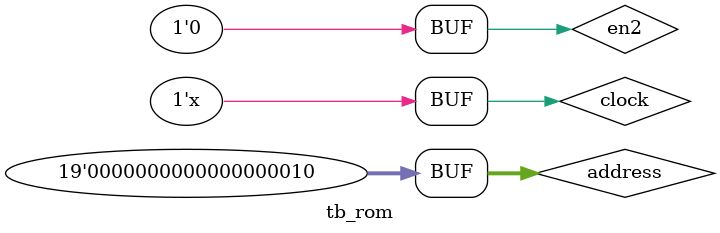
<source format=sv>
`timescale 1 ps/ 1 ps
module tb_rom();

logic clock, en2;
logic [18:0] address;
logic [15:0] d1;


ROM romp(en2, address, d1 );

						
initial begin 	
	clock =0;
	
	en2 = 1'b0;
	address = 19'd0;
	#5
	en2 = 1'b0;
	address = 19'd1;
	#5 
	en2 = 1'b0;
	address = 19'd2;		
	

end
always 
	#5 clock <= !clock;

endmodule
</source>
